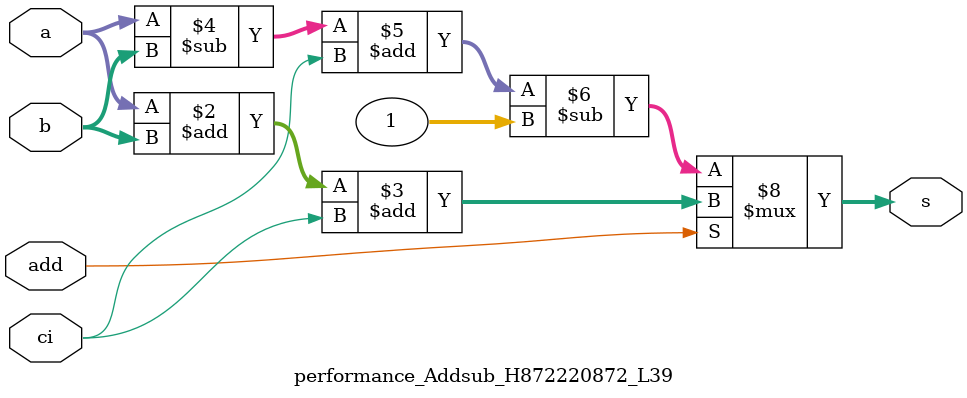
<source format=v>
  module performance_Addsub_H872220872_L39 ( 
a,
 b,
 ci,
 add,
 s);
input [63:0] a;
input [63:0] b;
input  ci;
input  add;
output [63:0] s;

reg [63:0] s;
always @(a or b or add or ci)
begin
if (add)
 s = a+b+ci; else 
 s = a-b+ci-1;end
endmodule

</source>
